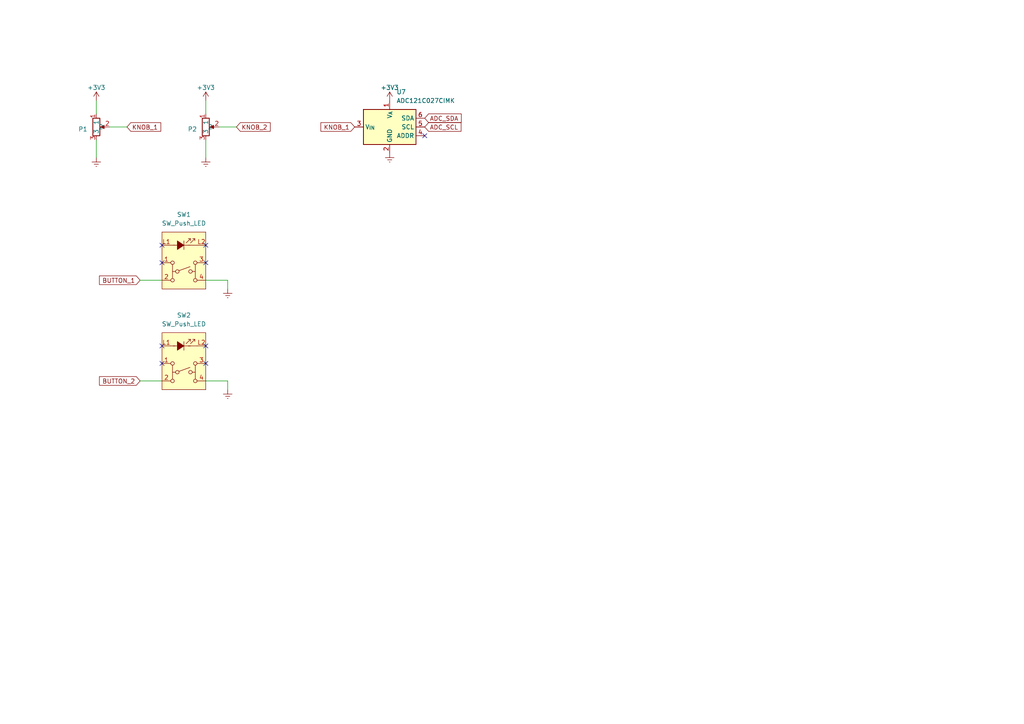
<source format=kicad_sch>
(kicad_sch (version 20230121) (generator eeschema)
  (paper "A4")
  (lib_symbols
    (symbol "Analog_ADC:ADC101C021CIMK"
      (property "Reference" "U" (at 3.81 11.43 0))
      (property "Value" "ADC101C021CIMK" (at 11.43 8.89 0))
      (symbol "ADC101C021CIMK_0_1"
        (rectangle (start -7.62 5.08) (end 7.62 -5.08) (stroke (width 0.254)) (fill (type background)))
      )
      (symbol "ADC101C021CIMK_1_1"
        (pin power_in line (at 0 7.62 270) (length 2.54) (name "V_{A}") (number "1"))
        (pin power_in line (at 0 -7.62 90) (length 2.54) (name "GND") (number "2"))
        (pin input line (at -10.16 0 0) (length 2.54) (name "V_{IN}") (number "3"))
        (pin input line (at 10.16 -2.54 180) (length 2.54) (name "ADDR") (number "4"))
        (pin input line (at 10.16 0 180) (length 2.54) (name "SCL") (number "5"))
        (pin bidirectional line (at 10.16 2.54 180) (length 2.54) (name "SDA") (number "6"))
      )
    )
    (symbol "Eurorack:PB01-109TL_Low_Profile_Illuminated_Button" (pin_names (offset 1.016) hide)
      (property "Reference" "SW" (at -1.27 11.43 0))
      (property "Value" "SW_Push_LED" (at 0.254 9.144 0))
      (symbol "PB01-109TL_Low_Profile_Illuminated_Button_0_0"
        (polyline (pts (xy 0 2.54) (xy 0 5.08)))
        (polyline (pts (xy 1.905 3.81) (xy -3.175 3.81)))
        (polyline (pts (xy 1.905 5.715) (xy 0.635 4.445)))
        (polyline (pts (xy 3.175 5.715) (xy 1.905 4.445)))
        (polyline (pts (xy 1.905 5.08) (xy 1.905 5.715) (xy 1.27 5.715)))
        (polyline (pts (xy 3.175 5.08) (xy 3.175 5.715) (xy 2.54 5.715)))
        (polyline (pts (xy 0 3.81) (xy -1.905 2.54) (xy -1.905 5.08) (xy 0 3.81)) (fill (type outline)))
      )
      (symbol "PB01-109TL_Low_Profile_Illuminated_Button_0_1"
        (circle (center -3.302 -6.35) (radius 0.508))
        (circle (center -3.302 -1.27) (radius 0.508))
        (circle (center -1.905 -3.81) (radius 0.508))
        (polyline (pts (xy -3.302 -1.778) (xy -3.302 -5.715)))
        (polyline (pts (xy 3.302 -1.778) (xy 3.302 -5.715)))
        (circle (center 1.905 -3.81) (radius 0.508))
        (circle (center 3.302 -6.35) (radius 0.508))
        (circle (center 3.302 -1.27) (radius 0.508))
        (pin passive line (at -6.35 -1.27 0) (length 2.54) (name "1") (number "1"))
        (pin passive line (at -6.35 -6.35 0) (length 2.54) (name "2") (number "2"))
        (pin passive line (at 6.35 -1.27 180) (length 2.54) (name "3") (number "3"))
        (pin passive line (at 6.35 -6.35 180) (length 2.54) (name "4") (number "4"))
        (pin passive line (at -6.35 3.81 0) (length 2.54) (name "A") (number "L1"))
        (pin passive line (at 6.35 3.81 180) (length 2.54) (name "K") (number "L2"))
      )
      (symbol "PB01-109TL_Low_Profile_Illuminated_Button_1_1"
        (rectangle (start -6.35 7.62) (end 6.35 -8.89) (fill (type background)))
        (polyline (pts (xy -2.54 3.81) (xy -3.81 3.81)))
        (polyline (pts (xy -2.413 -3.81) (xy -3.302 -3.81)))
        (polyline (pts (xy -1.397 -3.556) (xy 1.778 -2.413)))
        (polyline (pts (xy 2.413 -3.81) (xy 3.302 -3.81)))
        (polyline (pts (xy 3.81 3.81) (xy 1.27 3.81)))
      )
    )
    (symbol "Eurorack:Potentiometer_9mm_Vertical_Linear"
      (property "Reference" "P" (at 0 2.54 0))
      (property "Value" "Potentiometer_9mm_Vertical_Linear" (at 0 11.43 0))
      (symbol "Potentiometer_9mm_Vertical_Linear_0_1"
        (polyline (pts (xy 2.54 0) (xy 1.524 0)))
        (polyline (pts (xy 1.143 0) (xy 2.286 0.508) (xy 2.286 -0.508) (xy 1.143 0)) (fill (type outline)))
        (rectangle (start 1.016 2.54) (end -1.016 -2.54) (stroke (width 0.254)))
      )
      (symbol "Potentiometer_9mm_Vertical_Linear_1_1"
        (pin passive line (at 0 3.81 270) (length 1.27) (name "1") (number "1"))
        (pin passive line (at 3.81 0 180) (length 1.27) (name "2") (number "2"))
        (pin passive line (at 0 -3.81 90) (length 1.27) (name "3") (number "3"))
      )
    )
    (symbol "power:+3V3" (power) (pin_names (offset 0))
      (property "Value" "+3V3" (at 0 3.556 0))
      (symbol "+3V3_0_1"
        (polyline (pts (xy -0.762 1.27) (xy 0 2.54)))
        (polyline (pts (xy 0 0) (xy 0 2.54)))
        (polyline (pts (xy 0 2.54) (xy 0.762 1.27)))
      )
      (symbol "+3V3_1_1"
        (pin power_in line (at 0 0 90) (length 0) hide (name "+3V3") (number "1"))
      )
    )
    (symbol "power:Earth" (power) (pin_names (offset 0))
      (symbol "Earth_0_1"
        (polyline (pts (xy -0.635 -1.905) (xy 0.635 -1.905)))
        (polyline (pts (xy -0.127 -2.54) (xy 0.127 -2.54)))
        (polyline (pts (xy 0 -1.27) (xy 0 0)))
        (polyline (pts (xy 1.27 -1.27) (xy -1.27 -1.27)))
      )
      (symbol "Earth_1_1"
        (pin power_in line (at 0 0 270) (length 0) hide (name "Earth") (number "1"))
      )
    )
  )
  (no_connect (at 59.69 105.41))
  (no_connect (at 59.69 100.33))
  (no_connect (at 59.69 76.2))
  (no_connect (at 46.99 71.12))
  (no_connect (at 46.99 105.41))
  (no_connect (at 123.19 39.37))
  (no_connect (at 59.69 71.12))
  (no_connect (at 46.99 76.2))
  (no_connect (at 46.99 100.33))
  (wire (pts (xy 27.94 45.72) (xy 27.94 40.64)))
  (wire (pts (xy 40.64 110.49) (xy 46.99 110.49)))
  (wire (pts (xy 66.04 81.28) (xy 59.69 81.28)))
  (wire (pts (xy 59.69 45.72) (xy 59.69 40.64)))
  (wire (pts (xy 27.94 29.21) (xy 27.94 33.02)))
  (wire (pts (xy 66.04 113.03) (xy 66.04 110.49)))
  (wire (pts (xy 66.04 83.82) (xy 66.04 81.28)))
  (wire (pts (xy 66.04 110.49) (xy 59.69 110.49)))
  (wire (pts (xy 36.83 36.83) (xy 31.75 36.83)))
  (wire (pts (xy 59.69 29.21) (xy 59.69 33.02)))
  (wire (pts (xy 68.58 36.83) (xy 63.5 36.83)))
  (wire (pts (xy 40.64 81.28) (xy 46.99 81.28)))
  (global_label "ADC_SCL" (shape input) (at 123.19 36.83 0) (property "Intersheetrefs" "${INTERSHEET_REFS}" (effects hide)))
  (global_label "KNOB_2" (shape input) (at 68.58 36.83 0) (property "Intersheetrefs" "${INTERSHEET_REFS}" (effects hide)))
  (global_label "ADC_SDA" (shape input) (at 123.19 34.29 0) (property "Intersheetrefs" "${INTERSHEET_REFS}" (effects hide)))
  (global_label "KNOB_1" (shape input) (at 36.83 36.83 0) (property "Intersheetrefs" "${INTERSHEET_REFS}" (effects hide)))
  (global_label "BUTTON_1" (shape input) (at 40.64 81.28 180) (property "Intersheetrefs" "${INTERSHEET_REFS}" (effects hide)))
  (global_label "KNOB_1" (shape input) (at 102.87 36.83 180) (property "Intersheetrefs" "${INTERSHEET_REFS}" (effects hide)))
  (global_label "BUTTON_2" (shape input) (at 40.64 110.49 180) (property "Intersheetrefs" "${INTERSHEET_REFS}" (effects hide)))
  (symbol (lib_id "Eurorack:Potentiometer_9mm_Vertical_Linear") (at 27.94 36.83 0) (unit 1)
    (property "Reference" "P1" (at 25.4 37.465 0) (effects (justify right)))
    (property "Value" "Potentiometer_9mm_Vertical_Linear" (effects hide))
    (property "Footprint" "allen-synthesis:potentiometer-9mm" (effects hide))
  )
  (symbol (lib_id "Analog_ADC:ADC101C021CIMK") (at 113.03 36.83 0) (unit 1)
    (property "Reference" "U7" (at 114.9859 26.67 0) (effects (justify left)))
    (property "Value" "ADC121C027CIMK" (at 114.9859 29.21 0) (effects (justify left)))
    (property "Footprint" "Package_TO_SOT_SMD:TSOT-23-6" (effects hide))
    (property "Datasheet" "https://www.ti.com/lit/ds/symlink/adc101c021.pdf" (effects hide))
    (instances (project "EuroPi LC" (path "" (reference "U7") (unit 1)) (path "" (reference "U5") (unit 1)) (path "" (reference "U7") (unit 1))))
  )
  (symbol (lib_id "power:Earth") (at 113.03 44.45 0) (unit 1)
    (property "Reference" "#PWR042" (effects hide))
    (property "Value" "Earth" (effects hide))
    (instances (project "EuroPi LC" (path "" (reference "#PWR042") (unit 1)) (path "" (reference "#PWR032") (unit 1)) (path "" (reference "#PWR042") (unit 1))))
  )
  (symbol (lib_id "power:+3V3") (at 113.03 29.21 0) (unit 1)
    (property "Reference" "#PWR031" (effects hide))
    (property "Value" "+3V3" (at 113.03 25.4 0))
    (instances (project "EuroPi LC" (path "" (reference "#PWR031") (unit 1)) (path "" (reference "#PWR041") (unit 1)) (path "" (reference "#PWR031") (unit 1))))
  )
  (symbol (lib_id "power:Earth") (at 59.69 45.72 0) (unit 1)
    (property "Reference" "#PWR07" (effects hide))
    (property "Value" "Earth" (effects hide))
    (instances (project "EuroPi LC" (path "" (reference "#PWR07") (unit 1)) (path "" (reference "#PWR034") (unit 1)) (path "" (reference "#PWR036") (unit 1))))
  )
  (symbol (lib_id "Eurorack:Potentiometer_9mm_Vertical_Linear") (at 59.69 36.83 0) (unit 1)
    (property "Reference" "P2" (at 57.15 37.465 0) (effects (justify right)))
    (property "Value" "Potentiometer_9mm_Vertical_Linear" (effects hide))
    (property "Footprint" "allen-synthesis:potentiometer-9mm" (effects hide))
  )
  (symbol (lib_id "power:Earth") (at 66.04 83.82 0) (unit 1)
    (property "Reference" "#PWR045" (effects hide))
    (property "Value" "Earth" (effects hide))
  )
  (symbol (lib_id "Eurorack:PB01-109TL_Low_Profile_Illuminated_Button") (at 53.34 104.14 0) (unit 1)
    (property "Reference" "SW2" (at 53.34 91.44 0))
    (property "Value" "SW_Push_LED" (at 53.34 93.98 0))
    (property "Footprint" "Eurorack:PB01-109TL low Profile Illuminated Button" (effects hide))
  )
  (symbol (lib_id "Eurorack:PB01-109TL_Low_Profile_Illuminated_Button") (at 53.34 74.93 0) (unit 1)
    (property "Reference" "SW1" (at 53.34 62.23 0))
    (property "Value" "SW_Push_LED" (at 53.34 64.77 0))
    (property "Footprint" "Eurorack:PB01-109TL low Profile Illuminated Button" (effects hide))
  )
  (symbol (lib_id "power:+3V3") (at 59.69 29.21 0) (unit 1)
    (property "Reference" "#PWR044" (effects hide))
    (property "Value" "+3V3" (at 59.69 25.4 0))
  )
  (symbol (lib_id "power:Earth") (at 27.94 45.72 0) (unit 1)
    (property "Reference" "#PWR07" (effects hide))
    (property "Value" "Earth" (effects hide))
    (instances (project "EuroPi LC" (path "" (reference "#PWR07") (unit 1)) (path "" (reference "#PWR034") (unit 1)) (path "" (reference "#PWR035") (unit 1))))
  )
  (symbol (lib_id "power:+3V3") (at 27.94 29.21 0) (unit 1)
    (property "Reference" "#PWR043" (effects hide))
    (property "Value" "+3V3" (at 27.94 25.4 0))
  )
  (symbol (lib_id "power:Earth") (at 66.04 113.03 0) (unit 1)
    (property "Reference" "#PWR046" (effects hide))
    (property "Value" "Earth" (effects hide))
  )
)
</source>
